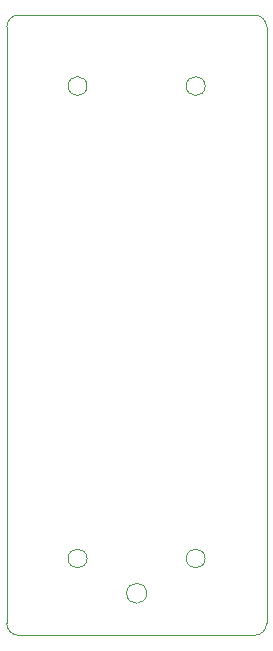
<source format=gbr>
%TF.GenerationSoftware,KiCad,Pcbnew,8.0.4-unknown-202407232306~396e531e7c~ubuntu22.04.1*%
%TF.CreationDate,2024-09-04T14:27:01+01:00*%
%TF.ProjectId,CONTROLLER_pico,434f4e54-524f-44c4-9c45-525f7069636f,rev?*%
%TF.SameCoordinates,Original*%
%TF.FileFunction,Profile,NP*%
%FSLAX46Y46*%
G04 Gerber Fmt 4.6, Leading zero omitted, Abs format (unit mm)*
G04 Created by KiCad (PCBNEW 8.0.4-unknown-202407232306~396e531e7c~ubuntu22.04.1) date 2024-09-04 14:27:01*
%MOMM*%
%LPD*%
G01*
G04 APERTURE LIST*
%TA.AperFunction,Profile*%
%ADD10C,0.038100*%
%TD*%
%TA.AperFunction,Profile*%
%ADD11C,0.100000*%
%TD*%
G04 APERTURE END LIST*
D10*
X110000000Y-59500000D02*
X90000000Y-59500000D01*
X95800000Y-65500000D02*
G75*
G02*
X94200000Y-65500000I-800000J0D01*
G01*
X94200000Y-65500000D02*
G75*
G02*
X95800000Y-65500000I800000J0D01*
G01*
X95800000Y-105500000D02*
G75*
G02*
X94200000Y-105500000I-800000J0D01*
G01*
X94200000Y-105500000D02*
G75*
G02*
X95800000Y-105500000I800000J0D01*
G01*
X89000000Y-60500000D02*
G75*
G02*
X90000000Y-59500000I1000000J0D01*
G01*
X111000000Y-111000000D02*
X111000000Y-60500000D01*
X111000000Y-111000000D02*
G75*
G02*
X110000000Y-112000000I-1000000J0D01*
G01*
X90000000Y-112000000D02*
G75*
G02*
X89000000Y-111000000I0J1000000D01*
G01*
X110000000Y-59500000D02*
G75*
G02*
X111000000Y-60500000I0J-1000000D01*
G01*
X90000000Y-112000000D02*
X110000000Y-112000000D01*
X89000000Y-60500000D02*
X89000000Y-111000000D01*
X105800000Y-65500000D02*
G75*
G02*
X104200000Y-65500000I-800000J0D01*
G01*
X104200000Y-65500000D02*
G75*
G02*
X105800000Y-65500000I800000J0D01*
G01*
X105800000Y-105500000D02*
G75*
G02*
X104200000Y-105500000I-800000J0D01*
G01*
X104200000Y-105500000D02*
G75*
G02*
X105800000Y-105500000I800000J0D01*
G01*
D11*
%TO.C,J2*%
X100850000Y-108445000D02*
G75*
G02*
X99150000Y-108445000I-850000J0D01*
G01*
X99150000Y-108445000D02*
G75*
G02*
X100850000Y-108445000I850000J0D01*
G01*
%TD*%
M02*

</source>
